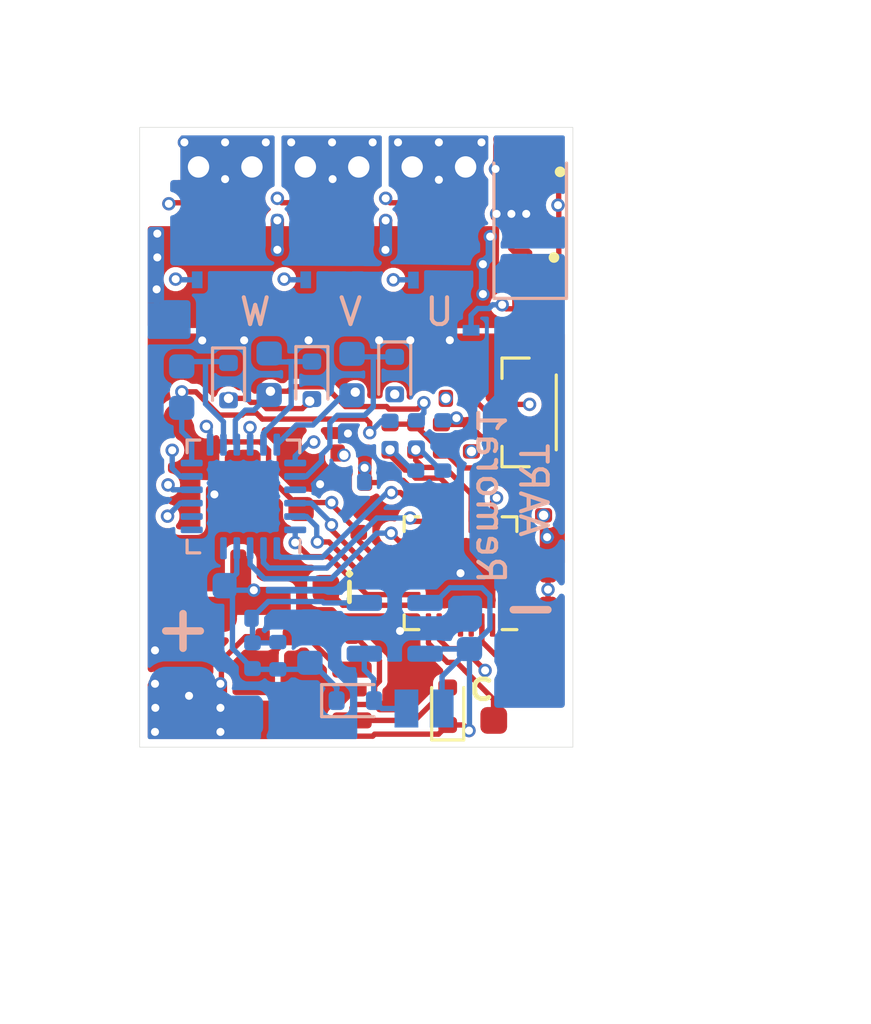
<source format=kicad_pcb>
(kicad_pcb (version 20221018) (generator pcbnew)
  (layers (0 "F.Cu" signal) (1 "In1.Cu" signal) (2 "In2.Cu" signal) (31 "B.Cu" signal) (34 "B.Paste" user) (35 "F.Paste" user) (36 "B.SilkS" user "B.Silkscreen") (37 "F.SilkS" user "F.Silkscreen") (38 "B.Mask" user) (39 "F.Mask" user) (44 "Edge.Cuts" user))
  (net 0 "")
  (net 1 "SVIN")
  (net 2 "GND")
  (net 3 "VCC")
  (net 4 "Net-(U1-FB)")
  (net 5 "VDC")
  (net 6 "VDD")
  (net 7 "Net-(D5-K)")
  (net 8 "Net-(D6-K)")
  (net 9 "Net-(D7-K)")
  (net 10 "VBUS")
  (net 11 "Net-(D1-A)")
  (net 12 "Net-(D2A-A)")
  (net 13 "Net-(D2A-K)")
  (net 14 "Net-(D2C-K)")
  (net 15 "GND1")
  (net 16 "Net-(D4-A)")
  (net 17 "U")
  (net 18 "V")
  (net 19 "W")
  (net 20 "Net-(J6-Pin_1)")
  (net 21 "Net-(J7-Pin_1)")
  (net 22 "Net-(Q1-B)")
  (net 23 "Net-(Q2B-E2)")
  (net 24 "Net-(Q2A-C1)")
  (net 25 "Net-(Q5-G)")
  (net 26 "Net-(Q6-G)")
  (net 27 "Net-(Q7-G)")
  (net 28 "Net-(Q8-G)")
  (net 29 "Net-(Q9-G)")
  (net 30 "Net-(Q10-G)")
  (net 31 "UE")
  (net 32 "VE")
  (net 33 "WE")
  (net 34 "S0")
  (net 35 "Net-(U4-NRST)")
  (net 36 "Net-(U4-PA15)")
  (net 37 "Net-(U4-PA2)")
  (net 38 "Net-(U4-PB6)")
  (net 40 "UL")
  (net 41 "VL")
  (net 42 "WL")
  (net 47 "UH")
  (net 48 "VH")
  (net 49 "WH")
  (net 57 "Net-(J4-Pin_1)")
  (net 58 "Net-(J4-Pin_2)")
  (net 59 "Net-(J5-Pin_1)")
  (net 60 "Net-(J1-Pin_1)")
  (footprint "Resistor_SMD:R_0402_1005Metric" (layer "F.Cu") (at 166.925 114.9 -90)
    (fp_text reference "R12" hide)
    (fp_text value "10k")
  )
  (footprint "Resistor_SMD:R_0402_1005Metric" (layer "F.Cu") (at 165 114.9 -90)
    (fp_text reference "R14" hide)
    (fp_text value "10k")
  )
  (footprint "Connector_Wire:SolderWire-0.15sqmm_1x01_D0.5mm_OD1.5mm" (layer "F.Cu") (at 157.83 104.77 -90)
    (fp_text reference "J11" hide)
    (fp_text value "Conn_01x01_Pin")
  )
  (footprint "Diode_SMD:D_SOD-523" (layer "F.Cu") (at 167.16 124.94 90)
    (fp_text reference "D1" hide)
    (fp_text value "BZX584C8V2")
  )
  (footprint "Resistor_SMD:R_0402_1005Metric" (layer "F.Cu") (at 165.9636 114.9 -90)
    (fp_text reference "R13" hide)
    (fp_text value "10k")
  )
  (footprint "TestPoint:TestPoint_Pad_D1.0mm" (layer "F.Cu") (at 157.025 114.125)
    (fp_text reference "TP3" hide)
    (fp_text value "TestPoint_Small")
  )
  (footprint "Resistor_SMD:R_0402_1005Metric" (layer "F.Cu") (at 169.418 123.5202 -90)
    (fp_text reference "R21" hide)
    (fp_text value "1k")
  )
  (footprint "Capacitor_SMD:C_0603_1608Metric" (layer "F.Cu") (at 160.8074 120.3706 90)
    (fp_text reference "C5" hide)
    (fp_text value "1uF")
  )
  (footprint "Capacitor_SMD:C_0603_1608Metric" (layer "F.Cu") (at 158.92 115.82)
    (fp_text reference "C6" hide)
    (fp_text value "2.2uF")
  )
  (footprint "AART11footprints:C_0805_2012Metric_22µF" (layer "F.Cu") (at 167.64 111.252 -90)
    (fp_text reference "C20" hide)
    (fp_text value "22uF")
  )
  (footprint "AART11footprints:C_0805_2012Metric_22µF" (layer "F.Cu") (at 163.9824 111.252 -90)
    (fp_text reference "C18" hide)
    (fp_text value "22uF")
  )
  (footprint "Resistor_SMD:R_0402_1005Metric" (layer "F.Cu") (at 164.09 122.29)
    (fp_text reference "R4" hide)
    (fp_text value "330R")
  )
  (footprint "AART11footprints:HDG 1x04 P0.6 Horizontal" (layer "F.Cu") (at 171.225 113.95 90)
    (fp_text reference "J4" hide)
    (fp_text value "Conn_01x04")
  )
  (footprint "Connector_Wire:SolderWire-0.15sqmm_1x01_D0.5mm_OD1.5mm" (layer "F.Cu") (at 161.83 104.77 -90)
    (fp_text reference "J9" hide)
    (fp_text value "Conn_01x01_Pin")
  )
  (footprint "Connector_Wire:SolderWire-0.15sqmm_1x01_D0.5mm_OD1.5mm" (layer "F.Cu") (at 167.83 104.77 -90)
    (fp_text reference "J2" hide)
    (fp_text value "Conn_01x01_Pin")
  )
  (footprint "Package_TO_SOT_SMD:SOT-363_SC-70-6" (layer "F.Cu") (at 170.175 106.35 -90)
    (fp_text reference "D2" hide)
    (fp_text value "MMBD4448HTW")
  )
  (footprint "Connector_Wire:SolderWire-0.15sqmm_1x01_D0.5mm_OD1.5mm" (layer "F.Cu") (at 159.83 104.77 -90)
    (fp_text reference "J10" hide)
    (fp_text value "Conn_01x01_Pin")
  )
  (footprint "Resistor_SMD:R_0402_1005Metric" (layer "F.Cu") (at 160.74 122.34)
    (fp_text reference "R1" hide)
    (fp_text value "10k")
  )
  (footprint "Capacitor_SMD:C_0805_2012Metric" (layer "F.Cu") (at 157.475 124.4 90)
    (fp_text reference "C11" hide)
    (fp_text value "22uF")
  )
  (footprint "AART11footprints:C_0805_2012Metric_22µF" (layer "F.Cu") (at 156.6672 111.252 -90)
    (fp_text reference "C14" hide)
    (fp_text value "22uF")
  )
  (footprint "Resistor_SMD:R_0402_1005Metric" (layer "F.Cu") (at 170.9166 121.625 -90)
    (fp_text reference "R18" hide)
    (fp_text value "10k")
  )
  (footprint "Package_TO_SOT_SMD:SOT-23" (layer "F.Cu") (at 164.5135 124.52)
    (fp_text reference "Q3" hide)
    (fp_text value "MMBFJ309")
  )
  (footprint "Capacitor_SMD:C_0402_1005Metric" (layer "F.Cu") (at 170.9166 119.55 90)
    (fp_text reference "C22" hide)
    (fp_text value "100nF")
  )
  (footprint "Capacitor_SMD:C_0402_1005Metric" (layer "F.Cu") (at 163.83 117.9576 90)
    (fp_text reference "C23" hide)
    (fp_text value "100nF")
  )
  (footprint "Resistor_SMD:R_0402_1005Metric" (layer "F.Cu") (at 163.5506 115.4684)
    (fp_text reference "R5" hide)
    (fp_text value "10k")
  )
  (footprint "Package_TO_SOT_SMD:SOT-23" (layer "F.Cu") (at 160.6616 124.52)
    (fp_text reference "Q1" hide)
    (fp_text value "FMMT718")
  )
  (footprint "Package_SON:VSON-8_3.3x3.3mm_P0.65mm_NexFET" (layer "F.Cu") (at 158.75 107.55 -90)
    (fp_text reference "Q9" hide)
    (fp_text value "AP90N03Q")
  )
  (footprint "Capacitor_SMD:C_0402_1005Metric" (layer "F.Cu") (at 163.575 116.575 180)
    (fp_text reference "C1" hide)
    (fp_text value "100nF")
  )
  (footprint "Package_SON:VSON-8_3.3x3.3mm_P0.65mm_NexFET" (layer "F.Cu") (at 166.8574 107.55 -90)
    (fp_text reference "Q5" hide)
    (fp_text value "AP90N03Q")
  )
  (footprint "AART11footprints:C_0805_2012Metric_22µF" (layer "F.Cu") (at 165.8112 111.252 -90)
    (fp_text reference "C19" hide)
    (fp_text value "22uF")
  )
  (footprint "AART11footprints:C_0805_2012Metric_22µF" (layer "F.Cu") (at 158.496 111.252 -90)
    (fp_text reference "C15" hide)
    (fp_text value "22uF")
  )
  (footprint "Connector_Wire:SolderWire-0.15sqmm_1x01_D0.5mm_OD1.5mm" (layer "F.Cu") (at 165.83 104.77 -90)
    (fp_text reference "J3" hide)
    (fp_text value "Conn_01x01_Pin")
  )
  (footprint "Resistor_SMD:R_0402_1005Metric" (layer "F.Cu") (at 170.175 111.175 180)
    (fp_text reference "R2" hide)
    (fp_text value "2k2")
  )
  (footprint "TestPoint:TestPoint_Pad_D1.0mm" (layer "F.Cu") (at 158.77 121.66)
    (fp_text reference "TP2" hide)
    (fp_text value "TestPoint_Small")
  )
  (footprint "Resistor_SMD:R_0402_1005Metric" (layer "F.Cu") (at 168.05 114.9 90)
    (fp_text reference "R9" hide)
    (fp_text value "10k")
  )
  (footprint "Resistor_SMD:R_0402_1005Metric" (layer "F.Cu") (at 167.6 113.425)
    (fp_text reference "R20" hide)
    (fp_text value "1k")
  )
  (footprint "Package_DFN_QFN:QFN-28-1EP_4x4mm_P0.4mm_EP2.6x2.6mm" (layer "F.Cu") (at 167.64 119.9642 180)
    (fp_text reference "U4" hide)
    (fp_text value "AT32F421G8U7")
  )
  (footprint "TestPoint:TestPoint_Pad_D1.0mm" (layer "F.Cu") (at 156.45 121.675)
    (fp_text reference "TP1" hide)
    (fp_text value "TestPoint_Small")
  )
  (footprint "TestPoint:TestPoint_Pad_1.0x1.0mm" (layer "F.Cu") (at 170.8912 123.5964 90)
    (fp_text reference "J7" hide)
    (fp_text value "Conn_01x01")
  )
  (footprint "Package_SON:VSON-8_3.3x3.3mm_P0.65mm_NexFET" (layer "F.Cu") (at 162.812 107.549 -90)
    (fp_text reference "Q7" hide)
    (fp_text value "AP90N03Q")
  )
  (footprint "Capacitor_SMD:C_0603_1608Metric" (layer "F.Cu") (at 161.671 116.7892 90)
    (fp_text reference "C21" hide)
    (fp_text value "10uF")
  )
  (footprint "Connector_Wire:SolderWire-0.15sqmm_1x01_D0.5mm_OD1.5mm" (layer "F.Cu") (at 163.83 104.77 -90)
    (fp_text reference "J8" hide)
    (fp_text value "Conn_01x01_Pin")
  )
  (footprint "AART11footprints:Pad0.5" (layer "F.Cu") (at 168.45 116.625)
    (fp_text reference "J1" hide)
    (fp_text value "Conn_01x01_Pin")
  )
  (footprint "Resistor_SMD:R_0402_1005Metric" (layer "F.Cu") (at 170.475 104.175 180)
    (fp_text reference "R3" hide)
    (fp_text value "4k7")
  )
  (footprint "TestPoint:TestPoint_Pad_1.0x1.0mm" (layer "F.Cu") (at 168.8846 125.47 90)
    (fp_text reference "J6" hide)
    (fp_text value "Conn_01x01")
  )
  (footprint "Package_TO_SOT_SMD:SOT-23-5" (layer "F.Cu") (at 158.369 118.6 90)
    (fp_text reference "U2" hide)
    (fp_text value "AP2210K-3.3TRG1")
  )
  (footprint "AART11footprints:C_0805_2012Metric_22µF" (layer "F.Cu") (at 160.3248 111.252 -90)
    (fp_text reference "C16" hide)
    (fp_text value "22uF")
  )
  (footprint "AART11footprints:C_0805_2012Metric_22µF" (layer "F.Cu") (at 162.1536 111.252 -90)
    (fp_text reference "C17" hide)
    (fp_text value "22uF")
  )
  (footprint "Package_TO_SOT_SMD:SOT-563" (layer "F.Cu") (at 170.225 109.325 -90)
    (fp_text reference "Q2" hide)
    (fp_text value "EMZ1T2R")
  )
  (footprint "Resistor_SMD:R_0402_1005Metric" (layer "F.Cu") (at 170.75 117.29 90)
    (fp_text reference "R19" hide)
    (fp_text value "1k")
  )
  (footprint "TestPoint:TestPoint_Pad_1.0x1.0mm" (layer "F.Cu") (at 162.6 120.53 90)
    (fp_text reference "J5" hide)
    (fp_text value "Conn_01x01")
  )
  (footprint "Resistor_SMD:R_0402_1005Metric" (layer "B.Cu") (at 165 114.775 -90)
    (fp_text reference "R11" hide)
    (fp_text value "10k")
  )
  (footprint "AART11footprints:L_Sunltech_SLW2010P" (layer "B.Cu") (at 166.275 125.025 180)
    (fp_text reference "L1" hide)
    (fp_text value "10uH")
  )
  (footprint "Resistor_SMD:R_0402_1005Metric" (layer "B.Cu") (at 165.989 114.7572 -90)
    (fp_text reference "R10" hide)
    (fp_text value "10k")
  )
  (footprint "Capacitor_SMD:C_0402_1005Metric" (layer "B.Cu") (at 159.85 123.05 90)
    (fp_text reference "C2" hide)
    (fp_text value "10pF")
  )
  (footprint "Resistor_SMD:R_0402_1005Metric" (layer "B.Cu") (at 160.325 121.65)
    (fp_text reference "R8" hide)
    (fp_text value "10k")
  )
  (footprint "Capacitor_SMD:C_0603_1608Metric" (layer "B.Cu") (at 162 122.54 90)
    (fp_text reference "C3" hide)
    (fp_text value "1uF")
  )
  (footprint "Diode_SMD:D_SOD-523" (layer "B.Cu") (at 163.7 124.73)
    (fp_text reference "D4" hide)
    (fp_text value "RB521SM-40T2R")
  )
  (footprint "TestPoint:TestPoint_Pad_2.5x2.5mm" (layer "B.Cu") (at 170.3 123.475 180)
    (fp_text reference "GND1" hide)
    (fp_text value "TestPoint")
  )
  (footprint "TestPoint:TestPoint_Pad_2.5x2.5mm" (layer "B.Cu") (at 157.23 124.714 180)
    (fp_text reference "+")
    (fp_text value "TestPoint")
  )
  (footprint "Diode_SMD:D_SOD-523" (layer "B.Cu") (at 162.075 112.75 -90)
    (fp_text reference "D6" hide)
    (fp_text value "RB521SM-40T2R")
  )
  (footprint "Package_SON:VSON-8_3.3x3.3mm_P0.65mm_NexFET" (layer "B.Cu") (at 166.8453 107.5612 90)
    (fp_text reference "Q6" hide)
    (fp_text value "AP90N03Q")
  )
  (footprint "Resistor_SMD:R_0402_1005Metric" (layer "B.Cu") (at 163.525 116.55 180)
    (fp_text reference "R6" hide)
    (fp_text value "2k2")
  )
  (footprint "Capacitor_SMD:C_0805_2012Metric" (layer "B.Cu") (at 160.7 125.275)
    (fp_text reference "C12" hide)
    (fp_text value "22uF")
  )
  (footprint "Diode_SMD:D_SOD-523" (layer "B.Cu") (at 165.1762 112.5728 -90)
    (fp_text reference "D5" hide)
    (fp_text value "RB521SM-40T2R")
  )
  (footprint "Package_SON:VSON-8_3.3x3.3mm_P0.65mm_NexFET" (layer "B.Cu") (at 158.75 107.55 90)
    (fp_text reference "Q10" hide)
    (fp_text value "AP90N03Q")
  )
  (footprint "Package_SON:VSON-8_3.3x3.3mm_P0.65mm_NexFET" (layer "B.Cu") (at 162.814 107.55 90)
    (fp_text reference "Q8" hide)
    (fp_text value "AP90N03Q")
  )
  (footprint "Capacitor_SMD:C_0603_1608Metric" (layer "B.Cu") (at 167.975 122.025 90)
    (fp_text reference "C4" hide)
    (fp_text value "2.2uF")
  )
  (footprint "Package_SON:VSON-8_3.3x3.3mm_P0.65mm_NexFET" (layer "B.Cu") (at 169.475 111.85)
    (fp_text reference "Q4" hide)
    (fp_text value "AON7418")
  )
  (footprint "Resistor_SMD:R_0402_1005Metric" (layer "B.Cu") (at 165.9636 116.6368 -90)
    (fp_text reference "R17" hide)
    (fp_text value "2k2")
  )
  (footprint "Resistor_SMD:R_0402_1005Metric" (layer "B.Cu") (at 166.9796 114.7572 -90)
    (fp_text reference "R15" hide)
    (fp_text value "2k2")
  )
  (footprint "Package_DFN_QFN:QFN-24-1EP_4x4mm_P0.5mm_EP2.6x2.6mm" (layer "B.Cu") (at 159.512 117.094 90)
    (fp_text reference "U3" hide)
    (fp_text value "FD6288Q")
  )
  (footprint "Capacitor_SMD:C_0603_1608Metric" (layer "B.Cu") (at 158.03 120.43 180)
    (fp_text reference "C10" hide)
    (fp_text value "1uF")
  )
  (footprint "Diode_SMD:D_SOD-523" (layer "B.Cu") (at 158.9532 112.8014 -90)
    (fp_text reference "D7" hide)
    (fp_text value "RB521SM-40T2R")
  )
  (footprint "Capacitor_SMD:C_0603_1608Metric" (layer "B.Cu") (at 163.576 112.5344 -90)
    (fp_text reference "C7" hide)
    (fp_text value "220nF")
  )
  (footprint "Capacitor_SMD:C_0805_2012Metric" (layer "B.Cu") (at 157.8 110.475)
    (fp_text reference "C13" hide)
    (fp_text value "22uF")
  )
  (footprint "Diode_SMD:D_SOD-128" (layer "B.Cu") (at 170.25 106.525 90)
    (fp_text reference "D3" hide)
    (fp_text value "PMEG3030EP")
  )
  (footprint "Package_TO_SOT_SMD:SOT-23-5" (layer "B.Cu") (at 165.175 122.025)
    (fp_text reference "U1" hide)
    (fp_text value "AP3015KTR-G1")
  )
  (footprint "Capacitor_SMD:C_0603_1608Metric" (layer "B.Cu") (at 157.2006 113.0046 -90)
    (fp_text reference "C9" hide)
    (fp_text value "220nF")
  )
  (footprint "Resistor_SMD:R_0402_1005Metric" (layer "B.Cu") (at 166.9796 116.6368 -90)
    (fp_text reference "R16" hide)
    (fp_text value "2k2")
  )
  (footprint "Capacitor_SMD:C_0603_1608Metric" (layer "B.Cu") (at 160.475 112.522 -90)
    (fp_text reference "C8" hide)
    (fp_text value "220nF")
  )
  (footprint "Resistor_SMD:R_0402_1005Metric" (layer "B.Cu") (at 160.8 123.05 90)
    (fp_text reference "R7" hide)
    (fp_text value "91k")
  )
  (gr_rect (start 155.6258 103.29) (end 171.847 126.471) (stroke (width 0.02)) (fill none) (layer "Edge.Cuts"))
  (gr_text "AART" (at 169.775 118.7 -90) (layer "B.SilkS") (effects (font (size 1 1) (thickness 0.153)) (justify left bottom mirror)))
  (gr_text "V" (at 164.05 110.775) (layer "B.SilkS") (effects (font (size 1 1) (thickness 0.153)) (justify left bottom mirror)))
  (gr_text "-" (at 171.5 122.2) (layer "B.SilkS") (effects (font (size 1.7 1.7) (thickness 0.28) bold) (justify left bottom mirror)))
  (gr_text "W" (at 160.625 110.775) (layer "B.SilkS") (effects (font (size 1 1) (thickness 0.153)) (justify left bottom mirror)))
  (gr_text "U" (at 167.475 110.775) (layer "B.SilkS") (effects (font (size 1 1) (thickness 0.153)) (justify left bottom mirror)))
  (gr_text "Remora1" (at 168.175 113.675 270) (layer "B.SilkS") (effects (font (size 1 1) (thickness 0.153)) (justify right bottom mirror)))
  (gr_text "i" (at 163.1 121.175) (layer "F.SilkS") (effects (font (size 1.1 1.1) (thickness 0.18) bold) (justify left bottom)))
  (gr_text "c" (at 167.85 124.8) (layer "F.SilkS") (effects (font (size 1.1 1.1) (thickness 0.18) bold) (justify left bottom)))
  (segment (start 164.74 116.41) (end 165.273676 116.41) (width 0.2) (layer "F.Cu") (net 1))
  (segment (start 167.24 117.327154) (end 167.24 118.0267) (width 0.2) (layer "F.Cu") (net 1))
  (segment (start 165.806656 116.8082) (end 166.721046 116.8082) (width 0.2) (layer "F.Cu") (net 1))
  (segment (start 165.360276 116.4966) (end 165.495056 116.4966) (width 0.2) (layer "F.Cu") (net 1))
  (segment (start 166.721046 116.8082) (end 167.24 117.327154) (width 0.2) (layer "F.Cu") (net 1))
  (segment (start 164.575 116.575) (end 164.74 116.41) (width 0.2) (layer "F.Cu") (net 1))
  (segment (start 165.273676 116.41) (end 165.360276 116.4966) (width 0.2) (layer "F.Cu") (net 1))
  (segment (start 164.0606 116.0144) (end 164.05 116.025) (width 0.2) (layer "F.Cu") (net 1))
  (segment (start 164.055 116.575) (end 164.055 116.03) (width 0.5) (layer "F.Cu") (net 1))
  (segment (start 164.055 116.03) (end 164.05 116.025) (width 0.2) (layer "F.Cu") (net 1))
  (segment (start 165.495056 116.4966) (end 165.806656 116.8082) (width 0.2) (layer "F.Cu") (net 1))
  (segment (start 164.0606 115.4684) (end 164.0606 116.0144) (width 0.5) (layer "F.Cu") (net 1))
  (segment (start 164.055 116.575) (end 164.575 116.575) (width 0.2) (layer "F.Cu") (net 1))
  (via (at 164.05 116.025) (size 0.5) (drill 0.3) (layers "F.Cu" "B.Cu") (net 1))
  (segment (start 164.05 116.535) (end 164.035 116.55) (width 0.2) (layer "B.Cu") (net 1))
  (segment (start 164.05 116.025) (end 164.05 116.535) (width 0.2) (layer "B.Cu") (net 1))
  (segment (start 168.627 112.202) (end 167.64 112.202) (width 0.2) (layer "F.Cu") (net 2))
  (segment (start 165.182782 119.1642) (end 165.024291 119.005709) (width 0.2) (layer "F.Cu") (net 2))
  (segment (start 165.7025 119.1642) (end 165.182782 119.1642) (width 0.2) (layer "F.Cu") (net 2))
  (segment (start 164.6 122.29) (end 165.451 123.141) (width 0.2) (layer "F.Cu") (net 2))
  (segment (start 165.451 123.141) (end 165.451 124.52) (width 0.2) (layer "F.Cu") (net 2))
  (segment (start 169.475 113.05) (end 168.627 112.202) (width 0.2) (layer "F.Cu") (net 2))
  (via (at 158.424535 117.017079) (size 0.5) (drill 0.3) (layers "F.Cu" "B.Cu") (net 2))
  (via (at 169.545 106.525) (size 0.5) (drill 0.3) (layers "F.Cu" "B.Cu") (net 2))
  (via (at 165.7607 111.252) (size 0.5) (drill 0.3) (layers "F.Cu" "B.Cu") (net 2))
  (via (at 168.99 106.525) (size 0.5) (drill 0.3) (layers "F.Cu" "B.Cu") (net 2))
  (via (at 167.64 119.9642) (size 0.5) (drill 0.3) (layers "F.Cu" "B.Cu") (net 2))
  (via (at 170.1 106.525) (size 0.5) (drill 0.3) (layers "F.Cu" "B.Cu") (net 2))
  (via (at 162.3822 116.6368) (size 0.5) (drill 0.3) (layers "F.Cu" "B.Cu") (net 2))
  (via (at 157.969367 111.258767) (size 0.5) (drill 0.3) (layers "F.Cu" "B.Cu") (net 2))
  (via (at 161.9504 111.252) (size 0.5) (drill 0.3) (layers "F.Cu" "B.Cu") (net 2))
  (via (at 163.425 114.7395) (size 0.5) (drill 0.3) (layers "F.Cu" "B.Cu") (net 2))
  (via (at 167.2397 111.25) (size 0.5) (drill 0.3) (layers "F.Cu" "B.Cu") (net 2))
  (via (at 164.592 111.252) (size 0.5) (drill 0.3) (layers "F.Cu" "B.Cu") (net 2))
  (via (at 165.375 122.125) (size 0.5) (drill 0.3) (layers "F.Cu" "B.Cu") (net 2))
  (via (at 156.2 122.85) (size 0.5) (drill 0.3) (layers "F.Cu" "B.Cu") (net 2))
  (via (at 168.950695 104.844658) (size 0.5) (drill 0.3) (layers "F.Cu" "B.Cu") (net 2))
  (via (at 159.537882 111.254706) (size 0.5) (drill 0.3) (layers "F.Cu" "B.Cu") (net 2))
  (via (at 170.8825 118.614) (size 0.5) (drill 0.3) (layers "F.Cu" "B.Cu") (net 2))
  (segment (start 164.0375 122.025) (end 164.1525 122.14) (width 0.2) (layer "B.Cu") (net 2))
  (segment (start 164.0375 122.025) (end 162.26 122.025) (width 0.2) (layer "B.Cu") (net 2))
  (segment (start 165.375 122.125) (end 165.39 122.14) (width 0.2) (layer "B.Cu") (net 2))
  (segment (start 167.085 122.14) (end 167.975 121.25) (width 0.2) (layer "B.Cu") (net 2))
  (segment (start 164.1525 122.14) (end 165.36 122.14) (width 0.2) (layer "B.Cu") (net 2))
  (segment (start 162.26 122.025) (end 162 121.765) (width 0.2) (layer "B.Cu") (net 2))
  (segment (start 165.36 122.14) (end 165.375 122.125) (width 0.2) (layer "B.Cu") (net 2))
  (segment (start 165.39 122.14) (end 167.085 122.14) (width 0.2) (layer "B.Cu") (net 2))
  (segment (start 159.8972 120.9466) (end 160.0962 121.1456) (width 0.2) (layer "F.Cu") (net 3))
  (segment (start 160.146062 113.574875) (end 159.787375 113.574875) (width 0.2) (layer "F.Cu") (net 3))
  (segment (start 159.319 120.725) (end 159.319 119.7375) (width 0.2) (layer "F.Cu") (net 3))
  (segment (start 161.713946 113.81) (end 160.381187 113.81) (width 0.2) (layer "F.Cu") (net 3))
  (segment (start 158.77 120.9774) (end 158.8008 120.9466) (width 0.2) (layer "F.Cu") (net 3))
  (segment (start 159.8972 120.6028) (end 159.8972 120.9466) (width 0.2) (layer "F.Cu") (net 3))
  (segment (start 158.8008 120.9466) (end 159.0974 120.9466) (width 0.2) (layer "F.Cu") (net 3))
  (segment (start 160.381187 113.81) (end 160.146062 113.574875) (width 0.2) (layer "F.Cu") (net 3))
  (segment (start 161.992446 113.5315) (end 161.713946 113.81) (width 0.2) (layer "F.Cu") (net 3))
  (segment (start 160.0962 121.1456) (end 160.8074 121.1456) (width 0.2) (layer "F.Cu") (net 3))
  (segment (start 159.787375 113.574875) (end 159.637875 113.425375) (width 0.2) (layer "F.Cu") (net 3))
  (segment (start 162.018183 113.5315) (end 161.851483 113.6982) (width 0.2) (layer "F.Cu") (net 3))
  (segment (start 171.32 110.54) (end 170.685 111.175) (width 0.2) (layer "F.Cu") (net 3))
  (segment (start 171.2975 106.2) (end 171.32 106.2225) (width 0.2) (layer "F.Cu") (net 3))
  (segment (start 159.637875 113.425375) (end 158.9532 113.425375) (width 0.2) (layer "F.Cu") (net 3))
  (segment (start 159.0974 120.9466) (end 159.319 120.725) (width 0.2) (layer "F.Cu") (net 3))
  (segment (start 158.77 121.66) (end 158.77 120.9774) (width 0.2) (layer "F.Cu") (net 3))
  (segment (start 171.315 106.1825) (end 171.315 104.505) (width 0.2) (layer "F.Cu") (net 3))
  (segment (start 159.0974 120.9466) (end 159.3342 120.9466) (width 0.2) (layer "F.Cu") (net 3))
  (segment (start 171.32 106.2225) (end 171.32 110.54) (width 0.2) (layer "F.Cu") (net 3))
  (segment (start 171.315 104.505) (end 170.985 104.175) (width 0.2) (layer "F.Cu") (net 3))
  (segment (start 157.419 120.773599) (end 157.592001 120.9466) (width 0.2) (layer "F.Cu") (net 3))
  (segment (start 171.2975 106.2) (end 171.315 106.1825) (width 0.2) (layer "F.Cu") (net 3))
  (segment (start 157.419 119.7375) (end 157.419 120.773599) (width 0.2) (layer "F.Cu") (net 3))
  (segment (start 159.3342 120.9466) (end 159.8972 120.9466) (width 0.2) (layer "F.Cu") (net 3))
  (segment (start 159.1138 120.9466) (end 159.3342 120.9466) (width 0.2) (layer "F.Cu") (net 3))
  (segment (start 159.9 120.6) (end 159.8972 120.6028) (width 0.2) (layer "F.Cu") (net 3))
  (segment (start 157.592001 120.9466) (end 158.8008 120.9466) (width 0.2) (layer "F.Cu") (net 3))
  (via (at 161.992446 113.5315) (size 0.5) (drill 0.35) (layers "F.Cu" "B.Cu") (net 3))
  (via (at 158.9532 113.425375) (size 0.5) (drill 0.35) (layers "F.Cu" "B.Cu") (net 3))
  (via (at 159.9 120.6) (size 0.5) (drill 0.3) (layers "F.Cu" "B.Cu") (net 3))
  (via (at 171.29 106.2) (size 0.5) (drill 0.3) (layers "F.Cu" "B.Cu") (net 3))
  (via (at 165.1762 113.2728) (size 0.5) (drill 0.35) (layers "F.Cu" "B.Cu") (net 3))
  (segment (start 162 123.315) (end 162.0754 123.315) (width 0.2) (layer "B.Cu") (net 3))
  (segment (start 162.0754 123.315) (end 163.0172 124.2568) (width 0.2) (layer "B.Cu") (net 3))
  (segment (start 161.755 123.56) (end 162 123.315) (width 0.2) (layer "B.Cu") (net 3))
  (segment (start 159.262 119.973) (end 158.805 120.43) (width 0.2) (layer "B.Cu") (net 3))
  (segment (start 159.85 123.53) (end 159.55 123.23) (width 0.2) (layer "B.Cu") (net 3))
  (segment (start 159.55 123.225) (end 159.1 122.775) (width 0.2) (layer "B.Cu") (net 3))
  (segment (start 160.8 123.56) (end 159.88 123.56) (width 0.2) (layer "B.Cu") (net 3))
  (segment (start 159.55 123.23) (end 159.55 123.225) (width 0.2) (layer "B.Cu") (net 3))
  (segment (start 159.1 120.725) (end 158.805 120.43) (width 0.2) (layer "B.Cu") (net 3))
  (segment (start 158.975 120.6) (end 158.805 120.43) (width 0.2) (layer "B.Cu") (net 3))
  (segment (start 159.1 122.775) (end 159.1 120.725) (width 0.2) (layer "B.Cu") (net 3))
  (segment (start 163.0172 124.2568) (end 163 124.274) (width 0.2) (layer "B.Cu") (net 3))
  (segment (start 159.262 119.0315) (end 159.262 119.973) (width 0.2) (layer "B.Cu") (net 3))
  (segment (start 163 124.274) (end 163 124.73) (width 0.2) (layer "B.Cu") (net 3))
  (segment (start 159.88 123.56) (end 159.85 123.53) (width 0.2) (layer "B.Cu") (net 3))
  (segment (start 160.8 123.56) (end 161.755 123.56) (width 0.2) (layer "B.Cu") (net 3))
  (segment (start 159.9 120.6) (end 158.975 120.6) (width 0.2) (layer "B.Cu") (net 3))
  (segment (start 159.815 121.65) (end 160.44 121.025) (width 0.2) (layer "B.Cu") (net 4))
  (segment (start 162.519556 121.075) (end 164.0375 121.075) (width 0.2) (layer "B.Cu") (net 4))
  (segment (start 160.44 121.025) (end 162.469556 121.025) (width 0.2) (layer "B.Cu") (net 4))
  (segment (start 160.77 122.57) (end 159.85 122.57) (width 0.2) (layer "B.Cu") (net 4))
  (segment (start 159.85 122.57) (end 159.85 121.685) (width 0.2) (layer "B.Cu") (net 4))
  (segment (start 162.469556 121.025) (end 162.519556 121.075) (width 0.2) (layer "B.Cu") (net 4))
  (segment (start 160.8 122.54) (end 160.77 122.57) (width 0.2) (layer "B.Cu") (net 4))
  (segment (start 159.85 121.685) (end 159.815 121.65) (width 0.2) (layer "B.Cu") (net 4))
  (segment (start 164.34991 126.06) (end 162.257074 126.06) (width 0.2) (layer "F.Cu") (net 5))
  (segment (start 164.42591 125.984) (end 164.34991 126.06) (width 0.2) (layer "F.Cu") (net 5))
  (segment (start 161.5991 125.402026) (end 161.5991 124.52) (width 0.2) (layer "F.Cu") (net 5))
  (segment (start 166.816 125.984) (end 164.42591 125.984) (width 0.2) (layer "F.Cu") (net 5))
  (segment (start 162.257074 126.06) (end 161.5991 125.402026) (width 0.2) (layer "F.Cu") (net 5))
  (segment (start 167.16 125.64) (end 166.816 125.984) (width 0.2) (layer "F.Cu") (net 5))
  (segment (start 167.746092 125.64) (end 167.16 125.64) (width 0.2) (layer "F.Cu") (net 5))
  (segment (start 167.957788 125.851696) (end 167.746092 125.64) (width 0.2) (layer "F.Cu") (net 5))
  (via (at 167.957788 125.851696) (size 0.5) (drill 0.3) (layers "F.Cu" "B.Cu") (net 5))
  (segment (start 168.444556 120.51) (end 167.24 120.51) (width 0.2) (layer "B.Cu") (net 5))
  (segment (start 167.975 122.8) (end 168.74 122.035) (width 0.2) (layer "B.Cu") (net 5))
  (segment (start 166.4875 122.8) (end 166.3125 122.975) (width 0.2) (layer "B.Cu") (net 5))
  (segment (start 167.975 125.834484) (end 167.957788 125.851696) (width 0.2) (layer "B.Cu") (net 5))
  (segment (start 168.74 120.805444) (end 168.444556 120.51) (width 0.2) (layer "B.Cu") (net 5))
  (segment (start 166.95 125.025) (end 166.95 123.825) (width 0.2) (layer "B.Cu") (net 5))
  (segment (start 167.975 122.8) (end 166.4875 122.8) (width 0.2) (layer "B.Cu") (net 5))
  (segment (start 166.95 123.825) (end 167.975 122.8) (width 0.2) (layer "B.Cu") (net 5))
  (segment (start 167.24 120.51) (end 166.675 121.075) (width 0.2) (layer "B.Cu") (net 5))
  (segment (start 168.74 122.035) (end 168.74 120.805444) (width 0.2) (layer "B.Cu") (net 5))
  (segment (start 167.975 122.8) (end 167.975 125.834484) (width 0.2) (layer "B.Cu") (net 5))
  (segment (start 166.675 121.075) (end 166.3125 121.075) (width 0.2) (layer "B.Cu") (net 5))
  (segment (start 157.1752 114.2752) (end 157.1752 114.3508) (width 0.2) (layer "F.Cu") (net 6))
  (segment (start 157.419 117.4625) (end 157.419 116.546) (width 0.2) (layer "F.Cu") (net 6))
  (segment (start 158.910125 115.054875) (end 158.90525 115.05) (width 0.2) (layer "F.Cu") (net 6))
  (segment (start 161.671 117.5642) (end 160.4528 116.346) (width 0.2) (layer "F.Cu") (net 6))
  (segment (start 158.575 115.05) (end 158.575 115.39) (width 0.2) (layer "F.Cu") (net 6))
  (segment (start 157.025 114.125) (end 157.025 114.152918) (width 0.2) (layer "F.Cu") (net 6))
  (segment (start 162.814 117.3226) (end 161.9126 117.3226) (width 0.2) (layer "F.Cu") (net 6))
  (segment (start 170.4392 119.5642) (end 169.5775 119.5642) (width 0.2) (layer "F.Cu") (net 6))
  (segment (start 163.356708 117.930124) (end 162.814 117.387416) (width 0.2) (layer "F.Cu") (net 6))
  (segment (start 164.6442 119.5642) (end 165.7025 119.5642) (width 0.2) (layer "F.Cu") (net 6))
  (segment (start 163.356708 117.965842) (end 163.356708 117.930124) (width 0.2) (layer "F.Cu") (net 6))
  (segment (start 170.9166 120.575) (end 170.9166 121.115) (width 0.2) (layer "F.Cu") (net 6))
  (segment (start 160.4528 116.346) (end 160.4528 115.368244) (width 0.2) (layer "F.Cu") (net 6))
  (segment (start 170.4392 119.5642) (end 170.905 120.03) (width 0.2) (layer "F.Cu") (net 6))
  (segment (start 158.575 115.39) (end 158.145 115.82) (width 0.2) (layer "F.Cu") (net 6))
  (segment (start 163.828466 118.4376) (end 163.356708 117.965842) (width 0.2) (layer "F.Cu") (net 6))
  (segment (start 157.025 114.125) (end 157.1752 114.2752) (width 0.2) (layer "F.Cu") (net 6))
  (segment (start 158.90525 115.05) (end 158.575 115.05) (width 0.2) (layer "F.Cu") (net 6))
  (segment (start 163.83 118.75) (end 163.83 118.4376) (width 0.2) (layer "F.Cu") (net 6))
  (segment (start 160.4528 115.368244) (end 160.139431 115.054875) (width 0.2) (layer "F.Cu") (net 6))
  (segment (start 161.9126 117.3226) (end 161.671 117.5642) (width 0.2) (layer "F.Cu") (net 6))
  (segment (start 160.139431 115.054875) (end 158.910125 115.054875) (width 0.2) (layer "F.Cu") (net 6))
  (segment (start 157.025 114.152918) (end 157.6578 114.785718) (width 0.2) (layer "F.Cu") (net 6))
  (segment (start 163.83 118.4376) (end 163.828466 118.4376) (width 0.2) (layer "F.Cu") (net 6))
  (segment (start 170.9166 120.575) (end 170.9166 120.03) (width 0.2) (layer "F.Cu") (net 6))
  (segment (start 157.6578 114.785718) (end 157.6578 115.3328) (width 0.2) (layer "F.Cu") (net 6))
  (segment (start 164.6442 119.5642) (end 163.83 118.75) (width 0.2) (layer "F.Cu") (net 6))
  (segment (start 162.814 117.387416) (end 162.814 117.3226) (width 0.2) (layer "F.Cu") (net 6))
  (segment (start 170.905 120.03) (end 170.9166 120.03) (width 0.2) (layer "F.Cu") (net 6))
  (segment (start 157.6578 115.3328) (end 158.145 115.82) (width 0.2) (layer "F.Cu") (net 6))
  (segment (start 157.419 116.546) (end 158.145 115.82) (width 0.2) (layer "F.Cu") (net 6))
  (via (at 162.814 117.3226) (size 0.5) (drill 0.3) (layers "F.Cu" "B.Cu") (net 6))
  (via (at 170.9166 120.575) (size 0.5) (drill 0.3) (layers "F.Cu" "B.Cu") (net 6))
  (segment (start 161.862244 116.344) (end 162.432377 115.773867) (width 0.2) (layer "B.Cu") (net 7))
  (segment (start 163.0292 114.0594) (end 164.049696 114.0594) (width 0.2) (layer "B.Cu") (net 7))
  (segment (start 162.432377 115.773867) (end 162.432377 115.531846) (width 0.2) (layer "B.Cu") (net 7))
  (segment (start 164.3738 111.874) (end 164.375 111.8728) (width 0.2) (layer "B.Cu") (net 7))
  (segment (start 164.3738 113.735296) (end 164.3738 111.874) (width 0.2) (layer "B.Cu") (net 7))
  (segment (start 164.375 111.8728) (end 163.6894 111.8728) (width 0.2) (layer "B.Cu") (net 7))
  (segment (start 164.049696 114.0594) (end 164.3738 113.735296) (width 0.2) (layer "B.Cu") (net 7))
  (segment (start 163.6894 111.8728) (end 163.576 111.7594) (width 0.2) (layer "B.Cu") (net 7))
  (segment (start 161.4495 116.344) (end 161.862244 116.344) (width 0.2) (layer "B.Cu") (net 7))
  (segment (start 162.748701 115.215522) (end 162.748701 114.339899) (width 0.2) (layer "B.Cu") (net 7))
  (segment (start 162.748701 114.339899) (end 163.0292 114.0594) (width 0.2) (layer "B.Cu") (net 7))
  (segment (start 165.1762 111.8728) (end 164.375 111.8728) (width 0.2) (layer "B.Cu") (net 7))
  (segment (start 162.432377 115.531846) (end 162.748701 115.215522) (width 0.2) (layer "B.Cu") (net 7))
  (segment (start 161.176 112.0636) (end 160.7916 112.0636) (width 0.2) (layer "B.Cu") (net 8))
  (segment (start 161.3 113.691614) (end 160.262 114.729614) (width 0.2) (layer "B.Cu") (net 8))
  (segment (start 161.3 113.691614) (end 161.3 112.05) (width 0.2) (layer "B.Cu") (net 8))
  (segment (start 161.1896 112.05) (end 161.176 112.0636) (width 0.2) (layer "B.Cu") (net 8))
  (segment (start 160.262 114.729614) (end 160.262 115.1565) (width 0.2) (layer "B.Cu") (net 8))
  (segment (start 162.075 112.05) (end 161.3 112.05) (width 0.2) (layer "B.Cu") (net 8))
  (segment (start 161.3 112.05) (end 161.1896 112.05) (width 0.2) (layer "B.Cu") (net 8))
  (segment (start 160.7916 112.0636) (end 160.475 111.747) (width 0.2) (layer "B.Cu") (net 8))
  (segment (start 158.762 115.1565) (end 158.762 114.300752) (width 0.2) (layer "B.Cu") (net 9))
  (segment (start 158.0896 113.628352) (end 158.0896 112.0506) (width 0.2) (layer "B.Cu") (net 9))
  (segment (start 157.3796 112.0506) (end 157.2006 112.2296) (width 0.2) (layer "B.Cu") (net 9))
  (segment (start 158.75 112.0506) (end 158.0896 112.0506) (width 0.2) (layer "B.Cu") (net 9))
  (segment (start 158.0896 112.0506) (end 157.3796 112.0506) (width 0.2) (layer "B.Cu") (net 9))
  (segment (start 158.762 114.300752) (end 158.0896 113.628352) (width 0.2) (layer "B.Cu") (net 9))
  (segment (start 170.225 113.65) (end 169.475 113.65) (width 0.2) (layer "F.Cu") (net 10))
  (segment (start 157.1905 125.38) (end 157.445 125.38) (width 0.2) (layer "F.Cu") (net 10))
  (segment (start 169.725 109.065) (end 169.725 108.575) (width 0.2) (layer "F.Cu") (net 10))
  (segment (start 158.58845 124.230668) (end 158.6866 124.328818) (width 0.2) (layer "F.Cu") (net 10))
  (segment (start 158.6866 123.24359) (end 159.59019 122.34) (width 0.2) (layer "F.Cu") (net 10))
  (segment (start 164.8362 106.771382) (end 164.8362 107.862944) (width 0.5) (layer "F.Cu") (net 10))
  (segment (start 168.7576 107.3826) (end 168.7576 108.1278) (width 0.5) (layer "F.Cu") (net 10))
  (segment (start 160.782 106.767639) (end 160.782 107.866817) (width 0.5) (layer "F.Cu") (net 10))
  (segment (start 170.725 109.05) (end 170.56 109.215) (width 0.2) (layer "F.Cu") (net 10))
  (segment (start 168.7576 108.1278) (end 168.4782 108.4072) (width 0.2) (layer "F.Cu") (net 10))
  (segment (start 170.56 109.215) (end 169.875 109.215) (width 0.2) (layer "F.Cu") (net 10))
  (segment (start 158.6866 124.132518) (end 158.6866 123.24359) (width 0.2) (layer "F.Cu") (net 10))
  (segment (start 159.5797 125.47) (end 159.7241 125.47) (width 0.2) (layer "F.Cu") (net 10))
  (segment (start 160.782 107.866817) (end 160.781678 107.867139) (width 0.2) (layer "F.Cu") (net 10))
  (segment (start 168.75 107.375) (end 168.7576 107.3826) (width 0.5) (layer "F.Cu") (net 10))
  (segment (start 157.445 125.38) (end 157.475 125.35) (width 0.2) (layer "F.Cu") (net 10))
  (segment (start 158.58845 124.230668) (end 158.6866 124.132518) (width 0.2) (layer "F.Cu") (net 10))
  (segment (start 164.8362 107.862944) (end 164.828262 107.870882) (width 0.2) (layer "F.Cu") (net 10))
  (segment (start 169.875 109.215) (end 169.725 109.065) (width 0.2) (layer "F.Cu") (net 10))
  (segment (start 158.65 124.1) (end 158.65 125.125) (width 0.5) (layer "F.Cu") (net 10))
  (segment (start 168.646 108.575) (end 168.4782 108.4072) (width 0.2) (layer "F.Cu") (net 10))
  (segment (start 170.725 108.575) (end 170.725 109.05) (width 0.2) (layer "F.Cu") (net 10))
  (segment (start 169.725 108.575) (end 168.646 108.575) (width 0.2) (layer "F.Cu") (net 10))
  (segment (start 159.59019 122.34) (end 160.23 122.34) (width 0.2) (layer "F.Cu") (net 10))
  (via (at 163.275 115.551) (size 0.5) (drill 0.35) (layers "F.Cu" "B.Cu") (net 10))
  (via (at 156.2862 108.1532) (size 0.5) (drill 0.3) (layers "F.Cu" "B.Cu") (net 10))
  (via (at 168.75 107.375) (size 0.5) (drill 0.3) (layers "F.Cu" "B.Cu") (net 10))
  (via (at 158.65 125.9) (size 0.5) (drill 0.3) (layers "F.Cu" "B.Cu") (net 10))
  (via (at 156.21265 125) (size 0.5) (drill 0.3) (layers "F.Cu" "B.Cu") (net 10))
  (via (at 156.2 125.9) (size 0.5) (drill 0.3) (layers "F.Cu" "B.Cu") (net 10))
  (via (at 164.828262 107.870882) (size 0.5) (drill 0.3) (layers "F.Cu" "B.Cu") (net 10))
  (via (at 170.225 113.65) (size 0.5) (drill 0.3) (layers "F.Cu" "B.Cu") (net 10))
  (via (at 158.65 125) (size 0.5) (drill 0.3) (layers "F.Cu" "B.Cu") (net 10))
  (via (at 157.475 124.55) (size 0.5) (drill 0.3) (layers "F.Cu" "B.Cu") (net 10))
  (via (at 158.65 124.1) (size 0.5) (drill 0.3) (layers "F.Cu" "B.Cu") (net 10))
  (via (at 160.782 106.767639) (size 0.5) (drill 0.3) (layers "F.Cu" "B.Cu") (net 10))
  (via (at 160.781678 107.867139) (size 0.5) (drill 0.3) (layers "F.Cu" "B.Cu") (net 10))
  (via (at 168.4782 109.5248) (size 0.5) (drill 0.3) (layers "F.Cu" "B.Cu") (net 10))
  (via (at 168.4782 108.4072) (size 0.5) (drill 0.3) (layers "F.Cu" "B.Cu") (net 10))
  (via (at 164.8362 106.771382) (size 0.5) (drill 0.3) (layers "F.Cu" "B.Cu") (net 10))
  (via (at 156.2 124.1) (size 0.5) (drill 0.3) (layers "F.Cu" "B.Cu") (net 10))
  (via (at 156.2862 107.2642) (size 0.5) (drill 0.3) (layers "F.Cu" "B.Cu") (net 10))
  (via (at 156.2608 109.347) (size 0.5) (drill 0.3) (layers "F.Cu" "B.Cu") (net 10))
  (segment (start 156.2608 109.347) (end 156.2608 109.8858) (width 0.2) (layer "B.Cu") (net 10))
  (segment (start 156.2862 107.2642) (end 156.2862 108.1532) (width 0.2) (layer "B.Cu") (net 10))
  (segment (start 156.2608 109.347) (end 156.2862 109.3216) (width 0.2) (layer "B.Cu") (net 10))
  (segment (start 156.2862 109.3216) (end 156.2862 108.1532) (width 0.2) (layer "B.Cu") (net 10))
  (segment (start 156.2608 109.8858) (end 156.85 110.475) (width 0.2) (layer "B.Cu") (net 10))
  (segment (start 168.4782 108.4072) (end 168.4782 109.5248) (width 0.2) (layer "B.Cu") (net 10))
  (segment (start 163.65991 122.29) (end 164.6035 123.23359) (width 0.2) (layer "F.Cu") (net 11))
  (segment (start 164.175 124.875) (end 163.7 124.875) (width 0.2) (layer "F.Cu") (net 11))
  (segment (start 164.4235 124.18359) (end 164.4235 124.6265) (width 0.2) (layer "F.Cu") (net 11))
  (segment (start 164.6035 124.00359) (end 164.4235 124.18359) (width 0.2) (layer "F.Cu") (net 11))
  (segment (start 164.4235 124.6265) (end 164.175 124.875) (width 0.2) (layer "F.Cu") (net 11))
  (segment (start 163.7 124.875) (end 163.576 124.999) (width 0.2) (layer "F.Cu") (net 11))
  (segment (start 163.58 122.29) (end 163.65991 122.29) (width 0.2) (layer "F.Cu") (net 11))
  (segment (start 163.576 124.999) (end 163.576 125.47) (width 0.2) (layer "F.Cu") (net 11))
  (segment (start 167.16 124.24) (end 165.93 125.47) (width 0.2) (layer "F.Cu") (net 11))
  (segment (start 164.6035 123.23359) (end 164.6035 124.00359) (width 0.2) (layer "F.Cu") (net 11))
  (segment (start 165.93 125.47) (end 163.576 125.47) (width 0.2) (layer "F.Cu") (net 11))
  (segment (start 169.965 104.775) (end 169.975 104.785) (width 0.2) (layer "F.Cu") (net 12))
  (segment (start 169.975 104.785) (end 170.665 104.785) (width 0.2) (layer "F.Cu") (net 12))
  (segment (start 170.825 104.945) (end 170.825 105.4) (width 0.2) (layer "F.Cu") (net 12))
  (segment (start 169.525 105.4) (end 169.525 104.945) (width 0.2) (layer "F.Cu") (net 12))
  (segment (start 169.965 104.175) (end 169.965 104.775) (width 0.2) (layer "F.Cu") (net 12))
  (segment (start 169.525 104.945) (end 169.685 104.785) (width 0.2) (layer "F.Cu") (net 12))
  (segment (start 169.685 104.785) (end 169.975 104.785) (width 0.2) (layer "F.Cu") (net 12))
  (segment (start 170.665 104.785) (end 170.825 104.945) (width 0.2) (layer "F.Cu") (net 12))
  (segment (start 170.175 105.4) (end 170.175 105.85) (width 0.2) (layer "F.Cu") (net 13))
  (segment (start 170.175 105.85) (end 170.31 105.985) (width 0.2) (layer "F.Cu") (net 13))
  (segment (start 170.825 106.486324) (end 170.825 107.3) (width 0.2) (layer "F.Cu") (net 13))
  (segment (start 170.31 105.985) (end 170.323676 105.985) (width 0.2) (layer "F.Cu") (net 13))
  (segment (start 170.323676 105.985) (end 170.825 106.486324) (width 0.2) (layer "F.Cu") (net 13))
  (segment (start 170.225 107.975) (end 170.175 107.925) (width 0.2) (layer "F.Cu") (net 14))
  (segment (start 169.525 107.825) (end 169.525 107.3) (width 0.2) (layer "F.Cu") (net 14))
  (segment (start 169.625 107.925) (end 169.525 107.825) (width 0.2) (layer "F.Cu") (net 14))
  (segment (start 170.225 108.575) (end 170.225 107.975) (width 0.2) (layer "F.Cu") (net 14))
  (segment (start 170.175 107.925) (end 169.625 107.925) (width 0.2) (layer "F.Cu") (net 14))
  (segment (start 164.3888 124.7188) (end 164.4 124.73) (width 0.2) (layer "B.Cu") (net 16))
  (segment (start 164.3888 123.9263) (end 164.3888 124.7188) (width 0.2) (layer "B.Cu") (net 16))
  (segment (start 164.695 125.025) (end 165.6 125.025) (width 0.2) (layer "B.Cu") (net 16))
  (segment (start 164.4 124.73) (end 164.695 125.025) (width 0.2) (layer "B.Cu") (net 16))
  (segment (start 164.0375 122.975) (end 164.0375 123.575) (width 0.2) (layer "B.Cu") (net 16))
  (segment (start 164.0375 123.575) (end 164.3888 123.9263) (width 0.2) (layer "B.Cu") (net 16))
  (via (at 168.425 103.85) (size 0.5) (drill 0.3) (layers "F.Cu" "B.Cu") (net 17))
  (via (at 166.83 105.25) (size 0.5) (drill 0.3) (layers "F.Cu" "B.Cu") (net 17))
  (via (at 166.83 103.85) (size 0.5) (drill 0.3) (layers "F.Cu" "B.Cu") (net 17))
  (via (at 165.3 103.85) (size 0.5) (drill 0.3) (layers "F.Cu" "B.Cu") (net 17))
  (via (at 163.7 113.1927) (size 0.5) (drill 0.35) (layers "F.Cu" "B.Cu") (net 17))
  (via (at 168.05 115.41) (size 0.5) (drill 0.35) (layers "F.Cu" "B.Cu") (net 17))
  (segment (start 161.4984 114.4201) (end 160.762 115.1565) (width 0.2) (layer "B.Cu") (net 17))
  (segment (start 162.116956 114.4201) (end 161.4984 114.4201) (width 0.2) (layer "B.Cu") (net 17))
  (segment (start 163.344356 113.1927) (end 162.116956 114.4201) (width 0.2) (layer "B.Cu") (net 17))
  (segment (start 163.7 113.1927) (end 163.344356 113.1927) (width 0.2) (layer "B.Cu") (net 17))
  (segment (start 163.3322 113.7322) (end 164.871924 113.7322) (width 0.2) (layer "F.Cu") (net 18))
  (segment (start 160.522946 113.1587) (end 161.1867 113.1587) (width 0.2) (layer "F.Cu") (net 18))
  (segment (start 164.964724 113.825) (end 166.0322 113.825) (width 0.2) (layer "F.Cu") (net 18))
  (segment (start 161.3534 112.992) (end 162.592 112.992) (width 0.2) (layer "F.Cu") (net 18))
  (segment (start 164.871924 113.7322) (end 164.964724 113.825) (width 0.2) (layer "F.Cu") (net 18))
  (segment (start 166.0322 113.825) (end 166.2684 113.5888) (width 0.2) (layer "F.Cu") (net 18))
  (segment (start 162.592 112.992) (end 163.3322 113.7322) (width 0.2) (layer "F.Cu") (net 18))
  (segment (start 161.1867 113.1587) (end 161.3534 112.992) (width 0.2) (layer "F.Cu") (net 18))
  (via (at 162.85 105.225) (size 0.5) (drill 0.3) (layers "F.Cu" "B.Cu") (net 18))
  (via (at 162.83 103.85) (size 0.5) (drill 0.3) (layers "F.Cu" "B.Cu") (net 18))
  (via (at 161.3 103.85) (size 0.5) (drill 0.3) (layers "F.Cu" "B.Cu") (net 18))
  (via (at 166.2684 113.5888) (size 0.5) (drill 0.3) (layers "F.Cu" "B.Cu") (net 18))
  (via (at 164.35 103.85) (size 0.5) (drill 0.3) (layers "F.Cu" "B.Cu") (net 18))
  (via (at 160.522946 113.1587) (size 0.5) (drill 0.35) (layers "F.Cu" "B.Cu") (net 18))
  (segment (start 166.2684 113.9678) (end 165.989 114.2472) (width 0.2) (layer "B.Cu") (net 18))
  (segment (start 160.475 113.297) (end 159.906374 113.865626) (width 0.2) (layer "B.Cu") (net 18))
  (segment (start 159.2072 115.1017) (end 159.262 115.1565) (width 0.2) (layer "B.Cu") (net 18))
  (segment (start 166.2684 113.5888) (end 166.2684 113.9678) (width 0.2) (layer "B.Cu") (net 18))
  (segment (start 159.583225 113.865626) (end 159.2072 114.241651) (width 0.2) (layer "B.Cu") (net 18))
  (segment (start 159.906374 113.865626) (end 159.583225 113.865626) (width 0.2) (layer "B.Cu") (net 18))
  (segment (start 159.2072 114.241651) (end 159.2072 115.1017) (width 0.2) (layer "B.Cu") (net 18))
  (segment (start 164.1 114.2) (end 160.219643 114.2) (width 0.2) (layer "F.Cu") (net 19))
  (segment (start 159.457899 114.05) (end 158.6 114.05) (width 0.2) (layer "F.Cu") (net 19))
  (segment (start 159.994518 113.974875) (end 159.533024 113.974875) (width 0.2) (layer "F.Cu") (net 19))
  (segment (start 159.533024 113.974875) (end 159.457899 114.05) (width 0.2) (layer "F.Cu") (net 19))
  (segment (start 160.219643 114.2) (end 159.994518 113.974875) (width 0.2) (layer "F.Cu") (net 19))
  (segment (start 157.7324 113.1824) (end 157.2056 113.1824) (width 0.2) (layer "F.Cu") (net 19))
  (segment (start 164.240321 114.710207) (end 164.240321 114.340321) (width 0.2) (layer "F.Cu") (net 19))
  (segment (start 158.6 114.05) (end 157.7324 113.1824) (width 0.2) (layer "F.Cu") (net 19))
  (segment (start 164.240321 114.340321) (end 164.1 114.2) (width 0.2) (layer "F.Cu") (net 19))
  (via (at 160.35 103.85) (size 0.5) (drill 0.3) (layers "F.Cu" "B.Cu") (net 19))
  (via (at 164.240321 114.710207) (size 0.5) (drill 0.3) (layers "F.Cu" "B.Cu") (net 19))
  (via (at 158.825 105.225) (size 0.5) (drill 0.3) (layers "F.Cu" "B.Cu") (net 19))
  (via (at 157.3 103.85) (size 0.5) (drill 0.3) (layers "F.Cu" "B.Cu") (net 19))
  (via (at 157.2056 113.1824) (size 0.5) (drill 0.3) (layers "F.Cu" "B.Cu") (net 19))
  (via (at 158.825 103.85) (size 0.5) (drill 0.3) (layers "F.Cu" "B.Cu") (net 19))
  (segment (start 157.2006 114.6556) (end 157.5745 115.0295) (width 0.2) (layer "B.Cu") (net 19))
  (segment (start 157.5745 115.0295) (end 157.5745 115.844) (width 0.2) (layer "B.Cu") (net 19))
  (segment (start 157.2006 113.7796) (end 157.2006 114.6556) (width 0.2) (layer "B.Cu") (net 19))
  (segment (start 157.2056 113.7746) (end 157.2006 113.7796) (width 0.2) (layer "B.Cu") (net 19))
  (segment (start 157.2056 113.1824) (end 157.2056 113.7746) (width 0.2) (layer "B.Cu") (net 19))
  (segment (start 164.240321 114.710207) (end 164.685528 114.265) (width 0.2) (layer "B.Cu") (net 19))
  (segment (start 164.685528 114.265) (end 165 114.265) (width 0.2) (layer "B.Cu") (net 19))
  (segment (start 168.875 125.4604) (end 168.8846 125.47) (width 0.2) (layer "F.Cu") (net 20))
  (segment (start 167.8 123.603142) (end 168.875 124.678142) (width 0.2) (layer "F.Cu") (net 20))
  (segment (start 167.152896 123.3) (end 167.5 123.3) (width 0.2) (layer "F.Cu") (net 20))
  (segment (start 166.44 121.9017) (end 166.44 122.587104) (width 0.2) (layer "F.Cu") (net 20))
  (segment (start 167.5 123.3) (end 167.8 123.6) (width 0.2) (layer "F.Cu") (net 20))
  (segment (start 168.875 124.678142) (end 168.875 125.4604) (width 0.2) (layer "F.Cu") (net 20))
  (segment (start 166.44 122.587104) (end 167.152896 123.3) (width 0.2) (layer "F.Cu") (net 20))
  (segment (start 167.8 123.6) (end 167.8 123.603142) (width 0.2) (layer "F.Cu") (net 20))
  (segment (start 169.418 124.0302) (end 169.8518 123.5964) (width 0.2) (layer "F.Cu") (net 21))
  (segment (start 169.8518 123.5964) (end 170.8912 123.5964) (width 0.2) (layer "F.Cu") (net 21))
  (segment (start 161.25 122.34) (end 161.89 122.34) (width 0.2) (layer "F.Cu") (net 22))
  (segment (start 161.89 122.34) (end 163.12 123.57) (width 0.2) (layer "F.Cu") (net 22))
  (segment (start 160.7322 123.3428) (end 160.7322 122.8578) (width 0.2) (layer "F.Cu") (net 22))
  (segment (start 160.505 123.57) (end 160.7322 123.3428) (width 0.2) (layer "F.Cu") (net 22))
  (segment (start 159.7241 123.57) (end 160.505 123.57) (width 0.2) (layer "F.Cu") (net 22))
  (segment (start 163.12 123.57) (end 163.576 123.57) (width 0.2) (layer "F.Cu") (net 22))
  (segment (start 160.7322 122.8578) (end 161.25 122.34) (width 0.2) (layer "F.Cu") (net 22))
  (segment (start 169.35 110.075) (end 169.725 110.075) (width 0.2) (layer "F.Cu") (net 23))
  (segment (start 169.2 109.925) (end 169.35 110.075) (width 0.2) (layer "F.Cu") (net 23))
  (segment (start 169.725 110.075) (end 169.725 111.115) (width 0.2) (layer "F.Cu") (net 23))
  (segment (start 169.725 111.115) (end 169.665 111.175) (width 0.2) (layer "F.Cu") (net 23))
  (via (at 169.2 109.925) (size 0.5) (drill 0.3) (layers "F.Cu" "B.Cu") (net 23))
  (segment (start 168.035 110.315) (end 168.035 110.88) (width 0.2) (layer "B.Cu") (net 23))
  (segment (start 168.2852 110.0648) (end 168.035 110.315) (width 0.2) (layer "B.Cu") (net 23))
  (segment (start 168.701876 110.0648) (end 168.2852 110.0648) (width 0.2) (layer "B.Cu") (net 23))
  (segment (start 169.2 109.925) (end 168.841676 109.925) (width 0.2) (layer "B.Cu") (net 23))
  (segment (start 168.841676 109.925) (end 168.701876 110.0648) (width 0.2) (layer "B.Cu") (net 23))
  (segment (start 170.725 110.075) (end 170.225 110.075) (width 0.2) (layer "F.Cu") (net 24))
  (segment (start 164.8367 105.9434) (end 165.0033 106.11) (width 0.2) (layer "F.Cu") (net 25))
  (segment (start 165.0033 106.11) (end 165.8874 106.11) (width 0.2) (layer "F.Cu") (net 25))
  (via (at 162.144508 115.056746) (size 0.5) (drill 0.3) (layers "F.Cu" "B.Cu") (net 25))
  (via (at 164.8367 105.9434) (size 0.5) (drill 0.3) (layers "F.Cu" "B.Cu") (net 25))
  (segment (start 162.144508 115.056746) (end 161.981054 115.056746) (width 0.2) (layer "B.Cu") (net 25))
  (segment (start 161.981054 115.056746) (end 161.4495 115.5883) (width 0.2) (layer "B.Cu") (net 25))
  (segment (start 161.4495 115.5883) (end 161.4495 115.844) (width 0.2) (layer "B.Cu") (net 25))
  (via (at 165.1254 108.9914) (size 0.5) (drill 0.3) (layers "F.Cu" "B.Cu") (net 26))
  (via (at 156.845 115.3668) (size 0.5) (drill 0.3) (layers "F.Cu" "B.Cu") (net 26))
  (segment (start 156.845 115.3668) (end 156.845 116.041386) (width 0.2) (layer "B.Cu") (net 26))
  (segment (start 156.845 116.041386) (end 157.147614 116.344) (width 0.2) (layer "B.Cu") (net 26))
  (segment (start 165.1254 108.9914) (end 165.8874 108.9914) (width 0.2) (layer "B.Cu") (net 26))
  (segment (start 157.147614 116.344) (end 157.5745 116.344) (width 0.2) (layer "B.Cu") (net 26))
  (segment (start 160.782 105.9434) (end 160.9476 106.109) (width 0.2) (layer "F.Cu") (net 27))
  (segment (start 160.9476 106.109) (end 161.842 106.109) (width 0.2) (layer "F.Cu") (net 27))
  (via (at 160.782 105.9434) (size 0.5) (drill 0.3) (layers "F.Cu" "B.Cu") (net 27))
  (via (at 159.7567 114.514875) (size 0.5) (drill 0.3) (layers "F.Cu" "B.Cu") (net 27))
  (segment (start 159.762 114.520175) (end 159.762 115.1565) (width 0.2) (layer "B.Cu") (net 27))
  (segment (start 159.7567 114.514875) (end 159.762 114.520175) (width 0.2) (layer "B.Cu") (net 27))
  (via (at 161.036 108.966) (size 0.5) (drill 0.3) (layers "F.Cu" "B.Cu") (net 28))
  (via (at 156.688388 116.661885) (size 0.5) (drill 0.3) (layers "F.Cu" "B.Cu") (net 28))
  (segment (start 161.06 108.99) (end 161.036 108.966) (width 0.2) (layer "B.Cu") (net 28))
  (segment (start 161.844 108.99) (end 161.06 108.99) (width 0.2) (layer "B.Cu") (net 28))
  (segment (start 156.688388 116.661885) (end 156.870503 116.844) (width 0.2) (layer "B.Cu") (net 28))
  (segment (start 156.870503 116.844) (end 157.5745 116.844) (width 0.2) (layer "B.Cu") (net 28))
  (segment (start 156.718 106.1466) (end 156.7546 106.11) (width 0.2) (layer "F.Cu") (net 29))
  (segment (start 156.7546 106.11) (end 157.78 106.11) (width 0.2) (layer "F.Cu") (net 29))
  (via (at 156.718 106.1466) (size 0.5) (drill 0.3) (layers "F.Cu" "B.Cu") (net 29))
  (via (at 158.124 114.4741) (size 0.5) (drill 0.3) (layers "F.Cu" "B.Cu") (net 29))
  (segment (start 158.124 114.4741) (end 158.262 114.6121) (width 0.2) (layer "B.Cu") (net 29))
  (segment (start 158.262 114.6121) (end 158.262 115.1565) (width 0.2) (layer "B.Cu") (net 29))
  (via (at 156.669501 117.8306) (size 0.5) (drill 0.3) (layers "F.Cu" "B.Cu") (net 30))
  (via (at 156.972 108.966) (size 0.5) (drill 0.3) (layers "F.Cu" "B.Cu") (net 30))
  (segment (start 156.996 108.99) (end 156.972 108.966) (width 0.2) (layer "B.Cu") (net 30))
  (segment (start 156.862 117.629614) (end 157.147614 117.344) (width 0.2) (layer "B.Cu") (net 30))
  (segment (start 157.147614 117.344) (end 157.5745 117.344) (width 0.2) (layer "B.Cu") (net 30))
  (segment (start 156.669501 117.8306) (end 156.862 117.638101) (width 0.2) (layer "B.Cu") (net 30))
  (segment (start 156.862 117.638101) (end 156.862 117.629614) (width 0.2) (layer "B.Cu") (net 30))
  (segment (start 157.78 108.99) (end 156.996 108.99) (width 0.2) (layer "B.Cu") (net 30))
  (segment (start 167.487109 114.162109) (end 167.715 114.39) (width 0.2) (layer "F.Cu") (net 31))
  (segment (start 170.305 118.43) (end 170.075 118.2) (width 0.2) (layer "F.Cu") (net 31))
  (segment (start 168.05 114.5) (end 168.05 114.39) (width 0.2) (layer "F.Cu") (net 31))
  (segment (start 168.414782 114.85) (end 168.4 114.85) (width 0.2) (layer "F.Cu") (net 31))
  (segment (start 169.5775 119.1642) (end 170.11136 119.1642) (width 0.2) (layer "F.Cu") (net 31))
  (segment (start 167.259218 114.39) (end 166.925 114.39) (width 0.2) (layer "F.Cu") (net 31))
  (segment (start 170.075 118.2) (end 170.075 116.916102) (width 0.2) (layer "F.Cu") (net 31))
  (segment (start 170.075 116.916102) (end 168.675 115.516102) (width 0.2) (layer "F.Cu") (net 31))
  (segment (start 168.675 115.110218) (end 168.414782 114.85) (width 0.2) (layer "F.Cu") (net 31))
  (segment (start 170.305 118.97056) (end 170.305 118.43) (width 0.2) (layer "F.Cu") (net 31))
  (segment (start 167.715 114.39) (end 168.05 114.39) (width 0.2) (layer "F.Cu") (net 31))
  (segment (start 170.11136 119.1642) (end 170.305 118.97056) (width 0.2) (layer "F.Cu") (net 31))
  (segment (start 168.4 114.85) (end 168.05 114.5) (width 0.2) (layer "F.Cu") (net 31))
  (segment (start 168.675 115.516102) (end 168.675 115.110218) (width 0.2) (layer "F.Cu") (net 31))
  (segment (start 167.487109 114.162109) (end 167.259218 114.39) (width 0.2) (layer "F.Cu") (net 31))
  (via (at 167.487109 114.162109) (size 0.5) (drill 0.3) (layers "F.Cu" "B.Cu") (net 31))
  (segment (start 167.487109 114.162109) (end 167.402018 114.2472) (width 0.2) (layer "B.Cu") (net 31))
  (segment (start 167.402018 114.2472) (end 166.9796 114.2472) (width 0.2) (layer "B.Cu") (net 31))
  (segment (start 168.04 116.995782) (end 167.052417 116.0082) (width 0.2) (layer "F.Cu") (net 32))
  (segment (start 165.9636 115.7386) (end 165.9636 115.4704) (width 0.2) (layer "F.Cu") (net 32))
  (segment (start 167.052417 116.0082) (end 166.2332 116.0082) (width 0.2) (layer "F.Cu") (net 32))
  (segment (start 168.04 118.0267) (end 168.04 116.995782) (width 0.2) (layer "F.Cu") (net 32))
  (segment (start 166.2332 116.0082) (end 165.9636 115.7386) (width 0.2) (layer "F.Cu") (net 32))
  (via (at 165.965115 115.35) (size 0.5) (drill 0.35) (layers "F.Cu" "B.Cu") (net 32))
  (segment (start 166.054818 115.2672) (end 165.989 115.2672) (width 0.2) (layer "B.Cu") (net 32))
  (segment (start 166.9796 116.1268) (end 166.914418 116.1268) (width 0.2) (layer "B.Cu") (net 32))
  (segment (start 166.914418 116.1268) (end 166.054818 115.2672) (width 0.2) (layer "B.Cu") (net 32))
  (segment (start 165 115.5482) (end 165 115.285) (width 0.2) (layer "F.Cu") (net 33))
  (segment (start 167.64 117.161468) (end 166.886732 116.4082) (width 0.2) (layer "F.Cu") (net 33))
  (segment (start 165.5584 116.1066) (end 165 115.5482) (width 0.2) (layer "F.Cu") (net 33))
  (segment (start 166.886732 116.4082) (end 165.9582 116.4082) (width 0.2) (layer "F.Cu") (net 33))
  (segment (start 167.64 118.0267) (end 167.64 117.161468) (width 0.2) (layer "F.Cu") (net 33))
  (segment (start 165.9582 116.4082) (end 165.6566 116.1066) (width 0.2) (layer "F.Cu") (net 33))
  (segment (start 165.6566 116.1066) (end 165.5584 116.1066) (width 0.2) (layer "F.Cu") (net 33))
  (via (at 165 115.35) (size 0.5) (drill 0.35) (layers "F.Cu" "B.Cu") (net 33))
  (segment (start 165.8418 116.1268) (end 165 115.285) (width 0.2) (layer "B.Cu") (net 33))
  (segment (start 165.9636 116.1268) (end 165.8418 116.1268) (width 0.2) (layer "B.Cu") (net 33))
  (segment (start 167.6422 116.0272) (end 167.025 115.41) (width 0.2) (layer "F.Cu") (net 34))
  (segment (start 167.025 115.41) (end 166.925 115.41) (width 0.2) (layer "F.Cu") (net 34))
  (segment (start 169.5775 116.970146) (end 168.634554 116.0272) (width 0.2) (layer "F.Cu") (net 34))
  (segment (start 168.634554 116.0272) (end 167.6422 116.0272) (width 0.2) (layer "F.Cu") (net 34))
  (segment (start 169.5775 118.7642) (end 169.5775 116.970146) (width 0.2) (layer "F.Cu") (net 34))
  (segment (start 166.925 115.41) (end 165.9636 114.4486) (width 0.2) (layer "F.Cu") (net 34))
  (segment (start 165.9636 114.4486) (end 165.9636 114.39) (width 0.2) (layer "F.Cu") (net 34))
  (segment (start 165.9636 114.39) (end 165 114.39) (width 0.2) (layer "F.Cu") (net 34))
  (segment (start 170.307 121.5136) (end 170.307 120.15984) (width 0.2) (layer "F.Cu") (net 35))
  (segment (start 170.9166 122.1232) (end 170.307 121.5136) (width 0.2) (layer "F.Cu") (net 35))
  (segment (start 170.307 120.15984) (end 170.11136 119.9642) (width 0.2) (layer "F.Cu") (net 35))
  (segment (start 170.9166 122.135) (end 170.9166 122.1232) (width 0.2) (layer "F.Cu") (net 35))
  (segment (start 170.11136 119.9642) (end 169.5775 119.9642) (width 0.2) (layer "F.Cu") (net 35))
  (segment (start 168.560529 123.599995) (end 167.747129 122.786595) (width 0.2) (layer "F.Cu") (net 36))
  (segment (start 166.84 122.43556) (end 166.84 121.9017) (width 0.2) (layer "F.Cu") (net 36))
  (segment (start 167.747129 122.786595) (end 167.191035 122.786595) (width 0.2) (layer "F.Cu") (net 36))
  (segment (start 167.191035 122.786595) (end 166.84 122.43556) (width 0.2) (layer "F.Cu") (net 36))
  (via (at 170.75 117.8) (size 0.5) (drill 0.35) (layers "F.Cu" "B.Cu") (net 36))
  (via (at 168.560529 123.599995) (size 0.5) (drill 0.3) (layers "F.Cu" "B.Cu") (net 36))
  (segment (start 168.84 118.0267) (end 168.84 117.294512) (width 0.2) (layer "F.Cu") (net 37))
  (segment (start 168.84 117.294512) (end 168.989095 117.145417) (width 0.2) (layer "F.Cu") (net 37))
  (via (at 167.09 113.425) (size 0.5) (drill 0.35) (layers "F.Cu" "B.Cu") (net 37))
  (via (at 168.989095 117.145417) (size 0.5) (drill 0.3) (layers "F.Cu" "B.Cu") (net 37))
  (segment (start 168.44 122.519676) (end 168.44 121.9017) (width 0.2) (layer "F.Cu") (net 38))
  (segment (start 169.418 123.0102) (end 168.930524 123.0102) (width 0.2) (layer "F.Cu") (net 38))
  (segment (start 168.930524 123.0102) (end 168.44 122.519676) (width 0.2) (layer "F.Cu") (net 38))
  (segment (start 165.05 116.95) (end 165.396912 116.95) (width 0.2) (layer "F.Cu") (net 40))
  (segment (start 165.655112 117.2082) (end 166.55536 117.2082) (width 0.2) (layer "F.Cu") (net 40))
  (segment (start 166.84 117.49284) (end 166.84 118.0267) (width 0.2) (layer "F.Cu") (net 40))
  (segment (start 165.396912 116.95) (end 165.655112 117.2082) (width 0.2) (layer "F.Cu") (net 40))
  (segment (start 166.55536 117.2082) (end 166.84 117.49284) (width 0.2) (layer "F.Cu") (net 40))
  (via (at 165.05 116.95) (size 0.5) (drill 0.3) (layers "F.Cu" "B.Cu") (net 40))
  (segment (start 160.9 119.3712) (end 160.762 119.2332) (width 0.2) (layer "B.Cu") (net 40))
  (segment (start 160.762 119.2332) (end 160.762 119.0315) (width 0.2) (layer "B.Cu") (net 40))
  (segment (start 165.05 116.95) (end 164.890076 116.95) (width 0.2) (layer "B.Cu") (net 40))
  (segment (start 164.890076 116.95) (end 162.468876 119.3712) (width 0.2) (layer "B.Cu") (net 40))
  (segment (start 162.468876 119.3712) (end 160.9 119.3712) (width 0.2) (layer "B.Cu") (net 40))
  (segment (start 166.4383 118.025) (end 166.44 118.0267) (width 0.2) (layer "F.Cu") (net 41))
  (segment (start 165.75 117.9) (end 165.875 118.025) (width 0.2) (layer "F.Cu") (net 41))
  (segment (start 165.875 118.025) (end 166.4383 118.025) (width 0.2) (layer "F.Cu") (net 41))
  (via (at 165.75 117.9) (size 0.5) (drill 0.3) (layers "F.Cu" "B.Cu") (net 41))
  (segment (start 162.633256 119.7712) (end 160.46282 119.7712) (width 0.2) (layer "B.Cu") (net 41))
  (segment (start 165.75 117.9) (end 164.504456 117.9) (width 0.2) (layer "B.Cu") (net 41))
  (segment (start 160.46282 119.7712) (end 160.262 119.57038) (width 0.2) (layer "B.Cu") (net 41))
  (segment (start 160.262 119.57038) (end 160.262 119.0315) (width 0.2) (layer "B.Cu") (net 41))
  (segment (start 164.504456 117.9) (end 162.633256 119.7712) (width 0.2) (layer "B.Cu") (net 41))
  (segment (start 165.040102 118.46644) (end 165.040102 118.469976) (width 0.2) (layer "F.Cu") (net 42))
  (segment (start 165.344326 118.7742) (end 165.4758 118.7742) (width 0.2) (layer "F.Cu") (net 42))
  (segment (start 165.040102 118.469976) (end 165.344326 118.7742) (width 0.2) (layer "F.Cu") (net 42))
  (via (at 165.040102 118.46644) (size 0.5) (drill 0.3) (layers "F.Cu" "B.Cu") (net 42))
  (segment (start 165.040102 118.46644) (end 164.505104 118.46644) (width 0.2) (layer "B.Cu") (net 42))
  (segment (start 160.297135 120.1712) (end 159.762 119.636066) (width 0.2) (layer "B.Cu") (net 42))
  (segment (start 159.762 119.636066) (end 159.762 119.0315) (width 0.2) (layer "B.Cu") (net 42))
  (segment (start 164.505104 118.46644) (end 162.800344 120.1712) (width 0.2) (layer "B.Cu") (net 42))
  (segment (start 162.800344 120.1712) (end 160.297135 120.1712) (width 0.2) (layer "B.Cu") (net 42))
  (segment (start 162.806708 118.157942) (end 162.806708 118.3363) (width 0.2) (layer "F.Cu") (net 47))
  (segment (start 162.806708 118.3363) (end 164.434608 119.9642) (width 0.2) (layer "F.Cu") (net 47))
  (segment (start 164.434608 119.9642) (end 165.7025 119.9642) (width 0.2) (layer "F.Cu") (net 47))
  (via (at 162.806708 118.157942) (size 0.5) (drill 0.3) (layers "F.Cu" "B.Cu") (net 47))
  (segment (start 162.806708 118.093126) (end 162.057582 117.344) (width 0.2) (layer "B.Cu") (net 47))
  (segment (start 162.806708 118.157942) (end 162.806708 118.093126) (width 0.2) (layer "B.Cu") (net 47))
  (segment (start 162.057582 117.344) (end 161.4495 117.344) (width 0.2) (layer "B.Cu") (net 47))
  (segment (start 162.2806 118.7958) (end 162.714664 118.7958) (width 0.2) (layer "F.Cu") (net 48))
  (segment (start 164.283064 120.3642) (end 165.7025 120.3642) (width 0.2) (layer "F.Cu") (net 48))
  (segment (start 162.714664 118.7958) (end 164.283064 120.3642) (width 0.2) (layer "F.Cu") (net 48))
  (via (at 162.2806 118.7958) (size 0.5) (drill 0.3) (layers "F.Cu" "B.Cu") (net 48))
  (segment (start 162.256208 118.223822) (end 161.876386 117.844) (width 0.2) (layer "B.Cu") (net 48))
  (segment (start 162.256208 118.771408) (end 162.256208 118.223822) (width 0.2) (layer "B.Cu") (net 48))
  (segment (start 162.2806 118.7958) (end 162.256208 118.771408) (width 0.2) (layer "B.Cu") (net 48))
  (segment (start 161.876386 117.844) (end 161.4495 117.844) (width 0.2) (layer "B.Cu") (net 48))
  (segment (start 161.9741 119.3458) (end 162.71312 119.3458) (width 0.2) (layer "F.Cu") (net 49))
  (segment (start 164.13152 120.7642) (end 165.7025 120.7642) (width 0.2) (layer "F.Cu") (net 49))
  (segment (start 162.71312 119.3458) (end 164.13152 120.7642) (width 0.2) (layer "F.Cu") (net 49))
  (segment (start 161.4495 118.8212) (end 161.9741 119.3458) (width 0.2) (layer "F.Cu") (net 49))
  (via (at 161.4495 118.8212) (size 0.5) (drill 0.3) (layers "F.Cu" "B.Cu") (net 49))
  (segment (start 161.4495 118.8212) (end 161.4495 118.344) (width 0.2) (layer "B.Cu") (net 49))
  (segment (start 170.75 116.78) (end 170.545 116.78) (width 0.2) (layer "F.Cu") (net 57))
  (segment (start 169.475 115.71) (end 169.475 114.85) (width 0.2) (layer "F.Cu") (net 57))
  (segment (start 170.545 116.78) (end 169.475 115.71) (width 0.2) (layer "F.Cu") (net 57))
  (segment (start 169.475 114.25) (end 168.935 114.25) (width 0.2) (layer "F.Cu") (net 58))
  (segment (start 168.935 114.25) (end 168.11 113.425) (width 0.2) (layer "F.Cu") (net 58))
  (segment (start 165.7025 121.1642) (end 163.2342 121.1642) (width 0.2) (layer "F.Cu") (net 59))
  (segment (start 163.2342 121.1642) (end 162.6 120.53) (width 0.2) (layer "F.Cu") (net 59))
  (segment (start 168.44 118.0267) (end 168.44 116.635) (width 0.2) (layer "F.Cu") (net 60))
  (segment (start 168.44 116.635) (end 168.45 116.625) (width 0.2) (layer "F.Cu") (net 60))
  (zone (net 5) (net_name "VDC") (layer "F.Cu") (priority 16) (connect_pads yes (clearance 0.2)) (min_thickness 0.25) (fill yes (thermal_gap 0.5) (thermal_bridge_width 0.5))
    (polygon (pts (xy 160.9 122.75) (xy 164.325 122.725) (xy 164.325 126.35) (xy 160.9 126.35)))
  )
  (zone (net 31) (net_name "UE") (layer "F.Cu") (priority 19) (connect_pads yes (clearance 0.2)) (min_thickness 0.25) (fill yes (thermal_gap 0.5) (thermal_bridge_width 0.5))
    (polygon (pts (xy 167.1 114.125) (xy 167.875 114.125) (xy 167.875 114.5) (xy 167.1 114.5)))
  )
  (zone (net 10) (net_name "VBUS") (layer "F.Cu") (priority 4) (connect_pads yes (clearance 0.2)) (min_thickness 0.2) (fill yes (thermal_gap 0.5) (thermal_bridge_width 0.5) (smoothing fillet) (radius 0.125))
    (polygon (pts (xy 169.0878 106.9848) (xy 169.0624 110.7948) (xy 155.9052 110.7948) (xy 155.9052 106.9848)))
  )
  (zone (net 3) (net_name "VCC") (layer "F.Cu") (priority 14) (connect_pads yes (clearance 0.2)) (min_thickness 0.25) (fill yes (thermal_gap 0.5) (thermal_bridge_width 0.5))
    (polygon (pts (xy 159.275 121.525) (xy 159.275 121.7) (xy 158.275 121.7) (xy 158.275 121.525) (xy 157.125 121.525) (xy 157.125 119.825) (xy 157.725 119.825) (xy 157.725 120.85) (xy 159.025 120.85) (xy 159.025 119.325) (xy 159.8 119.325) (xy 159.8 120.475) (xy 161.275 120.475) (xy 161.275 121.525)))
  )
  (zone (net 2) (net_name "GND") (layer "F.Cu") (connect_pads yes (clearance 0.2)) (min_thickness 0.25) (fill yes (thermal_gap 0.5) (thermal_bridge_width 0.5) (smoothing fillet) (radius 0.125))
    (polygon (pts (xy 171.958 101.854) (xy 171.958 124.9934) (xy 168.91 124.9426) (xy 168.9 126.75) (xy 155.8798 126.7206) (xy 155.8798 101.8286)))
  )
  (zone (net 19) (net_name "W") (layer "F.Cu") (priority 1) (connect_pads yes (clearance 0.2)) (min_thickness 0.125) (fill yes (thermal_gap 0.5) (thermal_bridge_width 0.5) (smoothing fillet) (radius 0.125))
    (polygon (pts (xy 156.972 107.188) (xy 156.972 105.2576) (xy 157.1498 105.2576) (xy 157.1498 101.854) (xy 160.603 101.854) (xy 160.603 107.188)))
  )
  (zone (net 10) (net_name "VBUS") (layer "F.Cu") (priority 5) (connect_pads yes (clearance 0.2)) (min_thickness 0.2) (fill yes (thermal_gap 0.5) (thermal_bridge_width 0.5) (smoothing fillet) (radius 0.125))
    (polygon (pts (xy 155.9052 124.025) (xy 156.45 124.025) (xy 156.45 124.3076) (xy 159.0802 124.3076) (xy 159.0802 124.595) (xy 160.7 124.6) (xy 160.7018 126.3452) (xy 158.9024 126.3456) (xy 155.9 126.35)))
  )
  (zone (net 18) (net_name "V") (layer "F.Cu") (priority 1) (connect_pads yes (clearance 0.2)) (min_thickness 0.125) (fill yes (thermal_gap 0.5) (thermal_bridge_width 0.5) (smoothing fillet) (radius 0.125))
    (polygon (pts (xy 161.036 107.188) (xy 161.036 101.854) (xy 164.592 101.854) (xy 164.592 107.188)))
  )
  (zone (net 17) (net_name "U") (layer "F.Cu") (priority 1) (connect_pads yes (clearance 0.2)) (min_thickness 0.125) (fill yes (thermal_gap 0.5) (thermal_bridge_width 0.5) (smoothing fillet) (radius 0.125))
    (polygon (pts (xy 165.05 107.238) (xy 165.05 101.904) (xy 168.656 101.854) (xy 168.656 107.188)))
  )
  (zone (net 6) (net_name "VDD") (layer "F.Cu") (priority 17) (connect_pads yes (clearance 0.2)) (min_thickness 0.25) (fill yes (thermal_gap 0.5) (thermal_bridge_width 0.5))
    (polygon (pts (xy 157.9 118.325) (xy 157.9 116.475) (xy 158.6 116.5) (xy 158.62 114.41) (xy 157.66 114.41) (xy 157.425 113.875) (xy 156.675 114.45) (xy 156.97 114.87) (xy 156.685 115.205) (xy 156.685 118.33)))
  )
  (zone (net 22) (net_name "Net-(Q1-B)") (layer "F.Cu") (priority 15) (connect_pads yes (clearance 0.2)) (min_thickness 0.25) (fill yes (thermal_gap 0.5) (thermal_bridge_width 0.5))
    (polygon (pts (xy 159.125 122.825) (xy 160.875 122.8) (xy 160.9 124.525) (xy 159.025 124.525) (xy 158.875 123.625)))
  )
  (zone (net 0) (net_name "") (layer "B.Cu") (connect_pads (clearance 0)) (min_thickness 0.25)
    (keepout (tracks allowed) (vias allowed) (pads allowed) (copperpour not_allowed) (footprints allowed))
    (fill (thermal_gap 0.5) (thermal_bridge_width 0.5))
    (polygon (pts (xy 163.775 123.275) (xy 166.825 123.275) (xy 166.825 126.325) (xy 163.775 126.325)))
  )
  (zone (net 2) (net_name "GND") (layer "B.Cu") (connect_pads yes (clearance 0.2)) (min_thickness 0.125) (fill yes (thermal_gap 0.5) (thermal_bridge_width 0.5) (smoothing fillet) (radius 0.125))
    (polygon (pts (xy 157.1498 101.8286) (xy 171.958 101.854) (xy 171.9834 124.9934) (xy 168.9354 124.9426) (xy 168.8846 126.5706) (xy 155.8544 126.596) (xy 155.8544 105.2576) (xy 157.1498 105.2576)))
  )
  (zone (net 10) (net_name "VBUS") (layer "B.Cu") (priority 9) (connect_pads yes (clearance 0.2)) (min_thickness 0.25) (fill yes (thermal_gap 0.5) (thermal_bridge_width 0.5) (smoothing fillet) (radius 0.125))
    (polygon (pts (xy 164.6174 106.553) (xy 165.0746 106.553) (xy 165.0746 108.1024) (xy 164.6174 108.1024)))
  )
  (zone (net 10) (net_name "VBUS") (layer "B.Cu") (priority 6) (connect_pads yes (clearance 0.2)) (min_thickness 0.125) (fill yes (thermal_gap 0.5) (thermal_bridge_width 0.5) (smoothing fillet) (radius 0.125))
    (polygon (pts (xy 157.5308 109.7542) (xy 157.5308 111.2024) (xy 155.8544 111.2024) (xy 155.8544 109.7542)))
  )
  (zone (net 10) (net_name "VBUS") (layer "B.Cu") (priority 1) (connect_pads yes (clearance 0.2)) (min_thickness 0.125) (fill yes (thermal_gap 0.5) (thermal_bridge_width 0.5) (smoothing fillet) (radius 0.125))
    (polygon (pts (xy 155.75 126.3) (xy 157.325 126.3) (xy 160.1724 126.3) (xy 160.1724 124.5426) (xy 159.0548 124.5426) (xy 158.4706 124.1552) (xy 157.861 124.1552) (xy 155.756 124.1552)))
  )
  (zone (net 19) (net_name "W") (layer "B.Cu") (priority 1) (connect_pads yes (clearance 0.2)) (min_thickness 0.125) (fill yes (thermal_gap 0.5) (thermal_bridge_width 0.5) (smoothing fillet) (radius 0.125))
    (polygon (pts (xy 157.1498 101.8286) (xy 157.1498 105.2576) (xy 156.7688 105.2576) (xy 156.7688 108.458) (xy 160.6804 108.458) (xy 160.6804 101.854)))
  )
  (zone (net 17) (net_name "U") (layer "B.Cu") (priority 1) (connect_pads yes (clearance 0.2)) (min_thickness 0.125) (fill yes (thermal_gap 0.5) (thermal_bridge_width 0.5) (smoothing fillet) (radius 0.125))
    (polygon (pts (xy 164.9476 101.8032) (xy 164.9476 108.4072) (xy 168.6814 108.458) (xy 168.6814 101.854)))
  )
  (zone (net 18) (net_name "V") (layer "B.Cu") (priority 1) (connect_pads yes (clearance 0.2)) (min_thickness 0.125) (fill yes (thermal_gap 0.5) (thermal_bridge_width 0.5) (smoothing fillet) (radius 0.125))
    (polygon (pts (xy 160.9344 101.854) (xy 160.9344 108.458) (xy 164.6936 108.4834) (xy 164.6936 101.8794)))
  )
  (zone (net 10) (net_name "VBUS") (layer "B.Cu") (priority 7) (connect_pads yes (clearance 0.2)) (min_thickness 0.25) (fill yes (thermal_gap 0.5) (thermal_bridge_width 0.5) (smoothing fillet) (radius 0.125))
    (polygon (pts (xy 160.5534 106.5276) (xy 161.0106 106.5276) (xy 161.0106 108.1024) (xy 160.5534 108.1024)))
  )
  (zone (net 10) (net_name "VBUS") (layer "B.Cu") (priority 8) (connect_pads yes (clearance 0.2)) (min_thickness 0.25) (fill yes (thermal_gap 0.5) (thermal_bridge_width 0.5) (smoothing fillet) (radius 0.125))
    (polygon (pts (xy 155.8544 107.0102) (xy 156.5402 107.0102) (xy 156.5402 109.855) (xy 155.8544 109.855)))
  )
  (zone (net 15) (net_name "GND1") (layer "B.Cu") (priority 2) (connect_pads yes (clearance 0.2)) (min_thickness 0.25) (fill yes (thermal_gap 0.5) (thermal_bridge_width 0.5))
    (polygon (pts (xy 172.35 125) (xy 172.35 108.025) (xy 168.91 108.025) (xy 168.9 113.325) (xy 168.475 113.75) (xy 168.475 114.975) (xy 167.975 116.175) (xy 167.975 119.125) (xy 168.9 120.175) (xy 168.91 122.174) (xy 168.91 122.1232) (xy 168.9 125)))
  )
  (zone (net 10) (net_name "VBUS") (layer "B.Cu") (priority 10) (connect_pads yes (clearance 0.2)) (min_thickness 0.25) (fill yes (thermal_gap 0.5) (thermal_bridge_width 0.5) (smoothing fillet) (radius 0.125))
    (polygon (pts (xy 168.5798 107.228) (xy 168.9354 107.228) (xy 168.9354 108.204) (xy 168.4782 108.6358) (xy 168.2242 108.3818) (xy 168.5798 108.0516)))
  )
  (zone (net 10) (net_name "VBUS") (layer "B.Cu") (priority 13) (connect_pads (clearance 0.2)) (min_thickness 0.25) (fill yes (thermal_gap 0.5) (thermal_bridge_width 0.5))
    (polygon (pts (xy 168.3258 108.204) (xy 168.6306 108.204) (xy 168.6306 109.728) (xy 168.3258 109.728)))
  )
)
</source>
